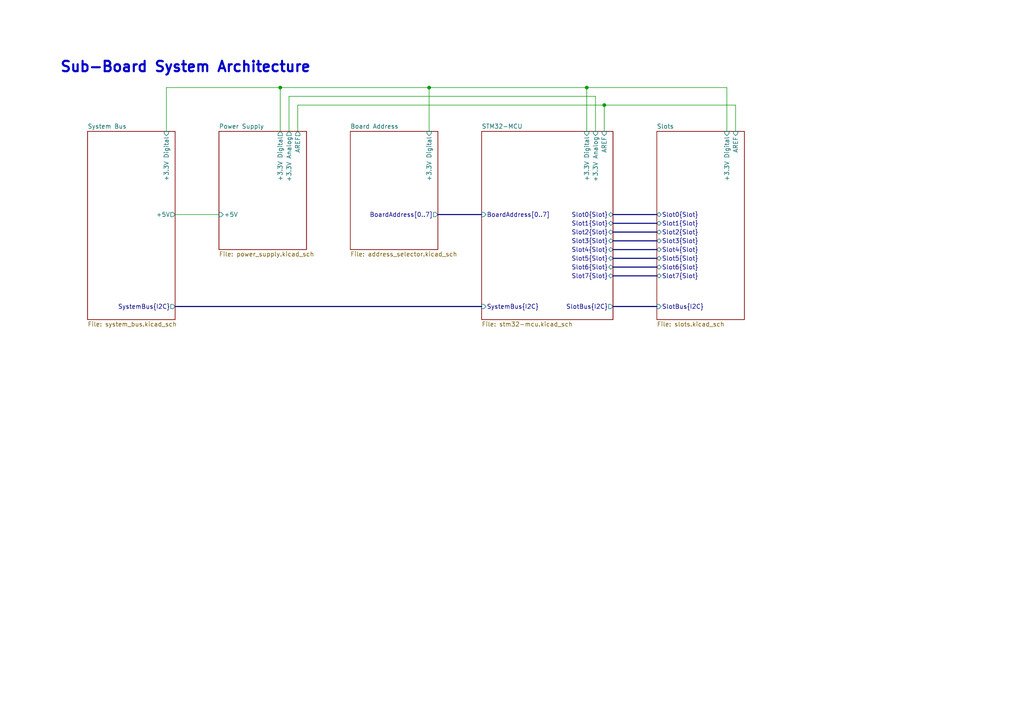
<source format=kicad_sch>
(kicad_sch
	(version 20250114)
	(generator "eeschema")
	(generator_version "9.0")
	(uuid "f9cf8dcb-b299-4fad-bb24-e1dfd3a00b1a")
	(paper "A4")
	(title_block
		(title "Modular Music Controller / Sub-Board / Architecture")
		(date "2025-12-02")
		(rev "2")
		(company "Dennis Schulmeister-Zimolong")
	)
	(lib_symbols)
	(bus_alias "I2C"
		(members "Clock" "Data")
	)
	(text "Sub-Board System Architecture"
		(exclude_from_sim no)
		(at 17.272 17.78 0)
		(effects
			(font
				(size 3 3)
				(thickness 0.6)
				(bold yes)
			)
			(justify left top)
		)
		(uuid "4e297d83-fae7-48fc-8cba-adc0d89d5c70")
	)
	(junction
		(at 81.28 25.4)
		(diameter 0)
		(color 0 0 0 0)
		(uuid "5bcc5223-6b6d-4f97-846b-7b9600f6f69f")
	)
	(junction
		(at 124.46 25.4)
		(diameter 0)
		(color 0 0 0 0)
		(uuid "653d473d-b6f4-452d-9d51-f230a29f936c")
	)
	(junction
		(at 170.18 25.4)
		(diameter 0)
		(color 0 0 0 0)
		(uuid "7a91ef29-50d2-4806-ae08-c7fbd01cf080")
	)
	(junction
		(at 175.26 30.48)
		(diameter 0)
		(color 0 0 0 0)
		(uuid "df7fdf72-5cc7-489c-a5f7-9bb2c42a8beb")
	)
	(wire
		(pts
			(xy 170.18 25.4) (xy 210.82 25.4)
		)
		(stroke
			(width 0)
			(type default)
		)
		(uuid "0ac54140-14fd-4b00-a828-45ae0592503b")
	)
	(wire
		(pts
			(xy 170.18 25.4) (xy 170.18 38.1)
		)
		(stroke
			(width 0)
			(type default)
		)
		(uuid "1215b227-43df-4fbd-9ab2-2c8616f848cb")
	)
	(wire
		(pts
			(xy 50.8 62.23) (xy 63.5 62.23)
		)
		(stroke
			(width 0)
			(type default)
		)
		(uuid "15420ad0-171f-427e-a4c8-66a28499b28f")
	)
	(bus
		(pts
			(xy 50.8 88.9) (xy 139.7 88.9)
		)
		(stroke
			(width 0)
			(type default)
		)
		(uuid "16d4193a-1a9c-42cb-b52b-65c169fb6a89")
	)
	(wire
		(pts
			(xy 175.26 30.48) (xy 213.36 30.48)
		)
		(stroke
			(width 0)
			(type default)
		)
		(uuid "21546f7b-247c-45ab-aa30-5d26dd81f55b")
	)
	(wire
		(pts
			(xy 48.26 25.4) (xy 81.28 25.4)
		)
		(stroke
			(width 0)
			(type default)
		)
		(uuid "3303bca4-5a87-4cc4-ba9c-826f62a2ed08")
	)
	(wire
		(pts
			(xy 213.36 30.48) (xy 213.36 38.1)
		)
		(stroke
			(width 0)
			(type default)
		)
		(uuid "5400b5f1-668a-4a10-9d02-6e8e20f08592")
	)
	(wire
		(pts
			(xy 81.28 38.1) (xy 81.28 25.4)
		)
		(stroke
			(width 0)
			(type default)
		)
		(uuid "56ac0516-f3bc-4d2a-9b9b-bf5b03ed4463")
	)
	(wire
		(pts
			(xy 172.72 38.1) (xy 172.72 27.94)
		)
		(stroke
			(width 0)
			(type default)
		)
		(uuid "60f8e575-1546-4c44-a7dd-4f6372332cdd")
	)
	(wire
		(pts
			(xy 210.82 25.4) (xy 210.82 38.1)
		)
		(stroke
			(width 0)
			(type default)
		)
		(uuid "63b9301f-6888-4c8b-a07e-f843a464e5e8")
	)
	(bus
		(pts
			(xy 127 62.23) (xy 139.7 62.23)
		)
		(stroke
			(width 0)
			(type default)
		)
		(uuid "6f0b1e0f-d80d-4b40-860a-d1517012b3d2")
	)
	(bus
		(pts
			(xy 177.8 80.01) (xy 190.5 80.01)
		)
		(stroke
			(width 0)
			(type default)
		)
		(uuid "7715e0e2-cc04-4963-81ba-6c7febf12e8a")
	)
	(bus
		(pts
			(xy 177.8 72.39) (xy 190.5 72.39)
		)
		(stroke
			(width 0)
			(type default)
		)
		(uuid "7af43a7b-783c-4e7c-93fa-e2e61dba3bfa")
	)
	(wire
		(pts
			(xy 124.46 25.4) (xy 124.46 38.1)
		)
		(stroke
			(width 0)
			(type default)
		)
		(uuid "8403fda5-5c67-4f80-b5d9-bd35fd0db08a")
	)
	(bus
		(pts
			(xy 177.8 67.31) (xy 190.5 67.31)
		)
		(stroke
			(width 0)
			(type default)
		)
		(uuid "89cc6c3b-968b-4e7e-b904-f8dcbe31f142")
	)
	(bus
		(pts
			(xy 177.8 74.93) (xy 190.5 74.93)
		)
		(stroke
			(width 0)
			(type default)
		)
		(uuid "8db19a69-4d4b-46fa-b5a7-858c771cdd90")
	)
	(wire
		(pts
			(xy 81.28 25.4) (xy 124.46 25.4)
		)
		(stroke
			(width 0)
			(type default)
		)
		(uuid "91d4d47d-7b22-422f-98af-752c30189fa9")
	)
	(wire
		(pts
			(xy 83.82 27.94) (xy 83.82 38.1)
		)
		(stroke
			(width 0)
			(type default)
		)
		(uuid "986ccde3-d3d2-4c74-aa01-0761cac55ebd")
	)
	(wire
		(pts
			(xy 86.36 38.1) (xy 86.36 30.48)
		)
		(stroke
			(width 0)
			(type default)
		)
		(uuid "9cda4f9f-40ff-4114-87cb-d5eef9da6d15")
	)
	(wire
		(pts
			(xy 175.26 30.48) (xy 175.26 38.1)
		)
		(stroke
			(width 0)
			(type default)
		)
		(uuid "b60f2003-399a-48fa-b423-b34f60e2f81e")
	)
	(bus
		(pts
			(xy 177.8 77.47) (xy 190.5 77.47)
		)
		(stroke
			(width 0)
			(type default)
		)
		(uuid "b7d4ea2c-1833-482e-9b84-a708fb94b3be")
	)
	(wire
		(pts
			(xy 124.46 25.4) (xy 170.18 25.4)
		)
		(stroke
			(width 0)
			(type default)
		)
		(uuid "c64d4f76-87da-4dd5-b173-305c1351a5ba")
	)
	(wire
		(pts
			(xy 48.26 38.1) (xy 48.26 25.4)
		)
		(stroke
			(width 0)
			(type default)
		)
		(uuid "c7bd6215-a13b-40f8-841b-de173406286b")
	)
	(bus
		(pts
			(xy 177.8 69.85) (xy 190.5 69.85)
		)
		(stroke
			(width 0)
			(type default)
		)
		(uuid "d9f88646-8547-4896-b095-5960c77e3ac0")
	)
	(wire
		(pts
			(xy 86.36 30.48) (xy 175.26 30.48)
		)
		(stroke
			(width 0)
			(type default)
		)
		(uuid "da56e9b7-429b-41c6-b99a-b6f8d57d94bb")
	)
	(bus
		(pts
			(xy 177.8 64.77) (xy 190.5 64.77)
		)
		(stroke
			(width 0)
			(type default)
		)
		(uuid "dca1d601-8a46-41cc-9bdf-11c87894c8f1")
	)
	(bus
		(pts
			(xy 177.8 62.23) (xy 190.5 62.23)
		)
		(stroke
			(width 0)
			(type default)
		)
		(uuid "e91fa278-40d9-4b3f-8147-fffac83e5f12")
	)
	(bus
		(pts
			(xy 177.8 88.9) (xy 190.5 88.9)
		)
		(stroke
			(width 0)
			(type default)
		)
		(uuid "ecaf53cd-d644-4ea5-8c26-35ba640853ce")
	)
	(wire
		(pts
			(xy 172.72 27.94) (xy 83.82 27.94)
		)
		(stroke
			(width 0)
			(type default)
		)
		(uuid "f220d126-ddf1-4c53-a1d9-31d7fc6c6e3e")
	)
	(sheet
		(at 101.6 38.1)
		(size 25.4 34.29)
		(exclude_from_sim no)
		(in_bom yes)
		(on_board yes)
		(dnp no)
		(fields_autoplaced yes)
		(stroke
			(width 0.1524)
			(type solid)
		)
		(fill
			(color 0 0 0 0.0000)
		)
		(uuid "0d3a9f9f-f57a-40a2-884d-240f1a33dfd6")
		(property "Sheetname" "Board Address"
			(at 101.6 37.3884 0)
			(effects
				(font
					(size 1.27 1.27)
				)
				(justify left bottom)
			)
		)
		(property "Sheetfile" "address_selector.kicad_sch"
			(at 101.6 72.9746 0)
			(effects
				(font
					(size 1.27 1.27)
				)
				(justify left top)
			)
		)
		(pin "+3.3V Digital" input
			(at 124.46 38.1 90)
			(uuid "6b0a8222-64e0-4fa7-9c4b-f51e878507a8")
			(effects
				(font
					(size 1.27 1.27)
				)
				(justify right)
			)
		)
		(pin "BoardAddress[0..7]" output
			(at 127 62.23 0)
			(uuid "5822b72d-888f-49b4-8588-e2cfaea0acf7")
			(effects
				(font
					(size 1.27 1.27)
				)
				(justify right)
			)
		)
		(instances
			(project "Sub-Board"
				(path "/f9cf8dcb-b299-4fad-bb24-e1dfd3a00b1a"
					(page "4")
				)
			)
		)
	)
	(sheet
		(at 63.5 38.1)
		(size 25.4 34.29)
		(exclude_from_sim no)
		(in_bom yes)
		(on_board yes)
		(dnp no)
		(fields_autoplaced yes)
		(stroke
			(width 0.1524)
			(type solid)
		)
		(fill
			(color 0 0 0 0.0000)
		)
		(uuid "67d6849d-c619-4fbf-9b28-62bd1b7fad7b")
		(property "Sheetname" "Power Supply"
			(at 63.5 37.3884 0)
			(effects
				(font
					(size 1.27 1.27)
				)
				(justify left bottom)
			)
		)
		(property "Sheetfile" "power_supply.kicad_sch"
			(at 63.5 72.9746 0)
			(effects
				(font
					(size 1.27 1.27)
				)
				(justify left top)
			)
		)
		(pin "+3.3V Digital" output
			(at 81.28 38.1 90)
			(uuid "7398635b-d742-4a25-8f07-74f617a2e935")
			(effects
				(font
					(size 1.27 1.27)
				)
				(justify right)
			)
		)
		(pin "AREF" output
			(at 86.36 38.1 90)
			(uuid "e22ef7a5-5e14-4002-8124-4d63cf1755bf")
			(effects
				(font
					(size 1.27 1.27)
				)
				(justify right)
			)
		)
		(pin "+5V" input
			(at 63.5 62.23 180)
			(uuid "1ff9cd1f-f6a0-4a7c-8cff-29f661474754")
			(effects
				(font
					(size 1.27 1.27)
				)
				(justify left)
			)
		)
		(pin "+3.3V Analog" output
			(at 83.82 38.1 90)
			(uuid "261c8c55-d616-4629-a850-20c152325ca2")
			(effects
				(font
					(size 1.27 1.27)
				)
				(justify right)
			)
		)
		(instances
			(project "Sub-Board"
				(path "/f9cf8dcb-b299-4fad-bb24-e1dfd3a00b1a"
					(page "3")
				)
			)
		)
	)
	(sheet
		(at 190.5 38.1)
		(size 25.4 54.61)
		(exclude_from_sim no)
		(in_bom yes)
		(on_board yes)
		(dnp no)
		(fields_autoplaced yes)
		(stroke
			(width 0.1524)
			(type solid)
		)
		(fill
			(color 0 0 0 0.0000)
		)
		(uuid "ab7b82b4-1aa0-4f6e-8727-84bfead47e04")
		(property "Sheetname" "Slots"
			(at 190.5 37.3884 0)
			(effects
				(font
					(size 1.27 1.27)
				)
				(justify left bottom)
			)
		)
		(property "Sheetfile" "slots.kicad_sch"
			(at 190.5 93.2946 0)
			(effects
				(font
					(size 1.27 1.27)
				)
				(justify left top)
			)
		)
		(pin "Slot0{Slot}" bidirectional
			(at 190.5 62.23 180)
			(uuid "9922b4eb-a344-4b95-996f-d11cd61b6287")
			(effects
				(font
					(size 1.27 1.27)
				)
				(justify left)
			)
		)
		(pin "Slot6{Slot}" bidirectional
			(at 190.5 77.47 180)
			(uuid "55b01894-0347-4109-9498-5c49ab74a76b")
			(effects
				(font
					(size 1.27 1.27)
				)
				(justify left)
			)
		)
		(pin "Slot4{Slot}" bidirectional
			(at 190.5 72.39 180)
			(uuid "3a07efeb-7f76-4656-ae7c-daf6de431861")
			(effects
				(font
					(size 1.27 1.27)
				)
				(justify left)
			)
		)
		(pin "Slot5{Slot}" bidirectional
			(at 190.5 74.93 180)
			(uuid "ba06627f-9015-4a46-b252-4dc5e47c2687")
			(effects
				(font
					(size 1.27 1.27)
				)
				(justify left)
			)
		)
		(pin "Slot2{Slot}" bidirectional
			(at 190.5 67.31 180)
			(uuid "0e15f7be-01ad-408d-940e-33ed94ea9d67")
			(effects
				(font
					(size 1.27 1.27)
				)
				(justify left)
			)
		)
		(pin "Slot3{Slot}" bidirectional
			(at 190.5 69.85 180)
			(uuid "59244c86-cbad-4c53-8b2c-92fc97b154ee")
			(effects
				(font
					(size 1.27 1.27)
				)
				(justify left)
			)
		)
		(pin "SlotBus{I2C}" input
			(at 190.5 88.9 180)
			(uuid "9b7f7954-51d2-4812-880b-87de5337d7ca")
			(effects
				(font
					(size 1.27 1.27)
				)
				(justify left)
			)
		)
		(pin "Slot7{Slot}" bidirectional
			(at 190.5 80.01 180)
			(uuid "ca5006e4-222a-4934-b558-adf6af08cb11")
			(effects
				(font
					(size 1.27 1.27)
				)
				(justify left)
			)
		)
		(pin "+3.3V Digital" input
			(at 210.82 38.1 90)
			(uuid "2897efc9-bedb-430a-8432-b0b618ff94d1")
			(effects
				(font
					(size 1.27 1.27)
				)
				(justify right)
			)
		)
		(pin "AREF" input
			(at 213.36 38.1 90)
			(uuid "9528d839-94a4-45b1-ab3d-bb7bc702bfe3")
			(effects
				(font
					(size 1.27 1.27)
				)
				(justify right)
			)
		)
		(pin "Slot1{Slot}" bidirectional
			(at 190.5 64.77 180)
			(uuid "84b61f86-163a-427a-9943-edc33e44fb16")
			(effects
				(font
					(size 1.27 1.27)
				)
				(justify left)
			)
		)
		(instances
			(project "Sub-Board"
				(path "/f9cf8dcb-b299-4fad-bb24-e1dfd3a00b1a"
					(page "6")
				)
			)
		)
	)
	(sheet
		(at 139.7 38.1)
		(size 38.1 54.61)
		(exclude_from_sim no)
		(in_bom yes)
		(on_board yes)
		(dnp no)
		(fields_autoplaced yes)
		(stroke
			(width 0.1524)
			(type solid)
		)
		(fill
			(color 0 0 0 0.0000)
		)
		(uuid "af464ea0-7d15-463a-8e73-bf1e691932bb")
		(property "Sheetname" "STM32-MCU"
			(at 139.7 37.3884 0)
			(effects
				(font
					(size 1.27 1.27)
				)
				(justify left bottom)
			)
		)
		(property "Sheetfile" "stm32-mcu.kicad_sch"
			(at 139.7 93.2946 0)
			(effects
				(font
					(size 1.27 1.27)
				)
				(justify left top)
			)
		)
		(pin "+3.3V Digital" input
			(at 170.18 38.1 90)
			(uuid "b89a219f-4c13-4cbf-a4c4-f3c6195722af")
			(effects
				(font
					(size 1.27 1.27)
				)
				(justify right)
			)
		)
		(pin "SystemBus{I2C}" input
			(at 139.7 88.9 180)
			(uuid "caa219dc-4690-4ea4-9fb7-1f47790de3cd")
			(effects
				(font
					(size 1.27 1.27)
				)
				(justify left)
			)
		)
		(pin "AREF" input
			(at 175.26 38.1 90)
			(uuid "2d744355-8814-4078-bfcc-a0da63889049")
			(effects
				(font
					(size 1.27 1.27)
				)
				(justify right)
			)
		)
		(pin "SlotBus{I2C}" output
			(at 177.8 88.9 0)
			(uuid "6d8029df-fd4e-4591-a665-b3d870eecaf3")
			(effects
				(font
					(size 1.27 1.27)
				)
				(justify right)
			)
		)
		(pin "Slot2{Slot}" bidirectional
			(at 177.8 67.31 0)
			(uuid "02ae1fd1-6238-4af6-84c1-eb52e5679655")
			(effects
				(font
					(size 1.27 1.27)
				)
				(justify right)
			)
		)
		(pin "Slot0{Slot}" bidirectional
			(at 177.8 62.23 0)
			(uuid "c176b801-420c-471f-8627-67984220d93e")
			(effects
				(font
					(size 1.27 1.27)
				)
				(justify right)
			)
		)
		(pin "Slot3{Slot}" bidirectional
			(at 177.8 69.85 0)
			(uuid "92ea735a-179c-469b-9732-88f6f4bd9dee")
			(effects
				(font
					(size 1.27 1.27)
				)
				(justify right)
			)
		)
		(pin "Slot1{Slot}" bidirectional
			(at 177.8 64.77 0)
			(uuid "2baeabd4-70a6-41c9-9e03-6916266120e5")
			(effects
				(font
					(size 1.27 1.27)
				)
				(justify right)
			)
		)
		(pin "Slot5{Slot}" bidirectional
			(at 177.8 74.93 0)
			(uuid "d39049b6-5cd8-4606-aa12-94fbf3f2c0b4")
			(effects
				(font
					(size 1.27 1.27)
				)
				(justify right)
			)
		)
		(pin "Slot4{Slot}" bidirectional
			(at 177.8 72.39 0)
			(uuid "4666b306-f036-440d-bed5-7c0f4409e088")
			(effects
				(font
					(size 1.27 1.27)
				)
				(justify right)
			)
		)
		(pin "Slot6{Slot}" bidirectional
			(at 177.8 77.47 0)
			(uuid "292d40b8-3e86-4f9e-8a68-c64fc55c772c")
			(effects
				(font
					(size 1.27 1.27)
				)
				(justify right)
			)
		)
		(pin "Slot7{Slot}" bidirectional
			(at 177.8 80.01 0)
			(uuid "5bb6ce7d-791a-4387-88f7-ae83494188bc")
			(effects
				(font
					(size 1.27 1.27)
				)
				(justify right)
			)
		)
		(pin "BoardAddress[0..7]" input
			(at 139.7 62.23 180)
			(uuid "99fec083-ec7c-4f19-8acd-5724a129974a")
			(effects
				(font
					(size 1.27 1.27)
				)
				(justify left)
			)
		)
		(pin "+3.3V Analog" input
			(at 172.72 38.1 90)
			(uuid "ba08f65f-8130-4994-bcfe-2b4573947fc5")
			(effects
				(font
					(size 1.27 1.27)
				)
				(justify right)
			)
		)
		(instances
			(project "Sub-Board"
				(path "/f9cf8dcb-b299-4fad-bb24-e1dfd3a00b1a"
					(page "5")
				)
			)
		)
	)
	(sheet
		(at 25.4 38.1)
		(size 25.4 54.61)
		(exclude_from_sim no)
		(in_bom yes)
		(on_board yes)
		(dnp no)
		(fields_autoplaced yes)
		(stroke
			(width 0.1524)
			(type solid)
		)
		(fill
			(color 0 0 0 0.0000)
		)
		(uuid "d0167bf7-b17f-436f-b5e0-bda90f6c3fc9")
		(property "Sheetname" "System Bus"
			(at 25.4 37.3884 0)
			(effects
				(font
					(size 1.27 1.27)
				)
				(justify left bottom)
			)
		)
		(property "Sheetfile" "system_bus.kicad_sch"
			(at 25.4 93.2946 0)
			(effects
				(font
					(size 1.27 1.27)
				)
				(justify left top)
			)
		)
		(pin "SystemBus{I2C}" output
			(at 50.8 88.9 0)
			(uuid "022f61f3-e115-4f8e-ab10-5781f5d677e8")
			(effects
				(font
					(size 1.27 1.27)
				)
				(justify right)
			)
		)
		(pin "+5V" output
			(at 50.8 62.23 0)
			(uuid "da22308d-ee98-4045-8be8-7482a904923d")
			(effects
				(font
					(size 1.27 1.27)
				)
				(justify right)
			)
		)
		(pin "+3.3V Digital" input
			(at 48.26 38.1 90)
			(uuid "943e87f0-a231-4598-a545-18fe0182cf76")
			(effects
				(font
					(size 1.27 1.27)
				)
				(justify right)
			)
		)
		(instances
			(project "Sub-Board"
				(path "/f9cf8dcb-b299-4fad-bb24-e1dfd3a00b1a"
					(page "2")
				)
			)
		)
	)
	(sheet_instances
		(path "/"
			(page "1")
		)
	)
	(embedded_fonts no)
)

</source>
